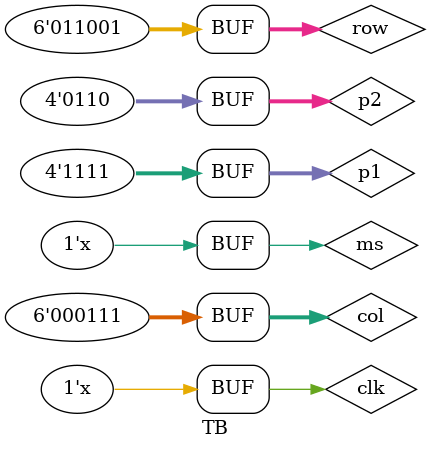
<source format=v>
`timescale 1ns / 1ps

module TB();
    reg [5:0] col = 7, row = 25;
    reg clk = 0, ms = 0;
    reg [3:0] p1 = 15, p2 = 6;
    wire [3:0] out_Red, out_Green, out_Blue;

    always begin
        #1 clk = ~clk;
    end

    always begin
        #2 ms = ~ms;
    end

    Draw_Over draw_over(
        .clock(clk),
        .ms(ms),
        .column_count(col),
        .row_count(row),
        .p1_score(p1),
        .p2_score(p2),
        
        .out_Red(out_Red),
        .out_Green(out_Green),
        .out_Blue(out_Blue)
    );
endmodule

</source>
